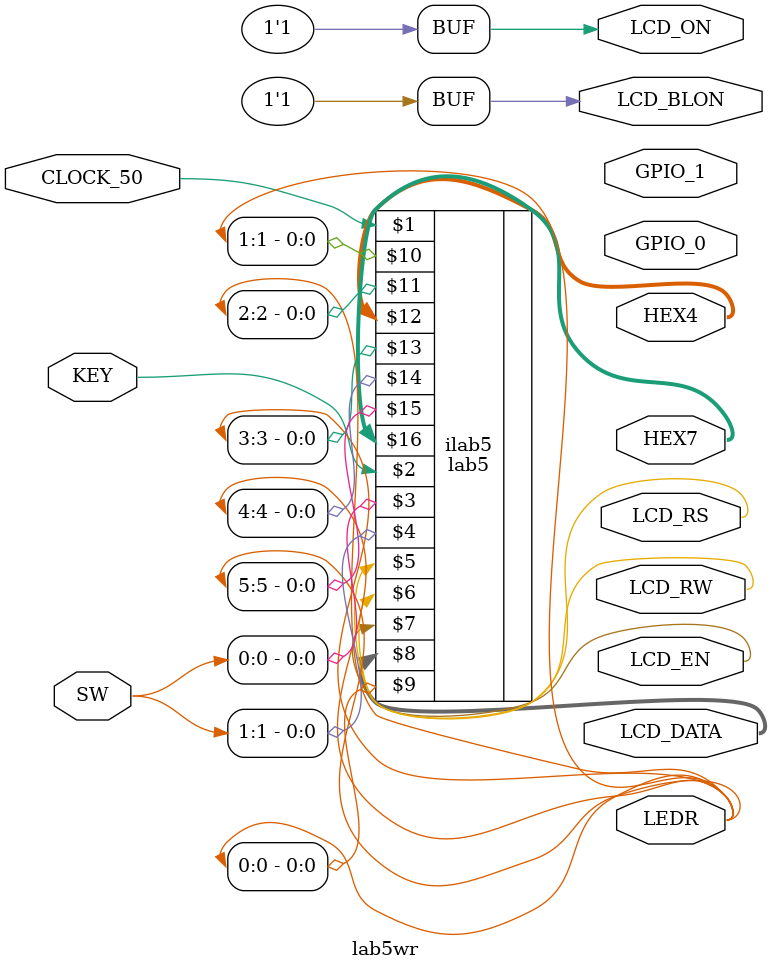
<source format=sv>

module lab5wr (
    input CLOCK_50,
    input [0:0] KEY,
    input [1:0] SW, //manual/auto switch
    //change route switch

    output LCD_RS, LCD_RW, LCD_EN, // for LCDs
    output [7:0] LCD_DATA,
    output LCD_ON, LCD_BLON,

    output [19:0] GPIO_1,
    output [19:0] GPIO_0,
    output [6:0] HEX4,
    output [6:0] HEX7,
    output [5:0] LEDR
);

///////////////////////////////////////////////

assign LCD_ON = 1;
assign LCD_BLON = 1;
//assign GPIO0[0] = 1;

lab5 ilab5(
    CLOCK_50,
    KEY[0],
    SW[0], //manual/auto switch
    SW[1], //change route switch

    LCD_RS, LCD_RW, LCD_EN, // for LCDs
    LCD_DATA,

    LEDR[0],LEDR[1],LEDR[2],// red green yellow 0 
    HEX4, //hex 0

	LEDR[3],LEDR[4],LEDR[5],// red green yellow 1
    HEX7 //double hex 1
);


endmodule
</source>
